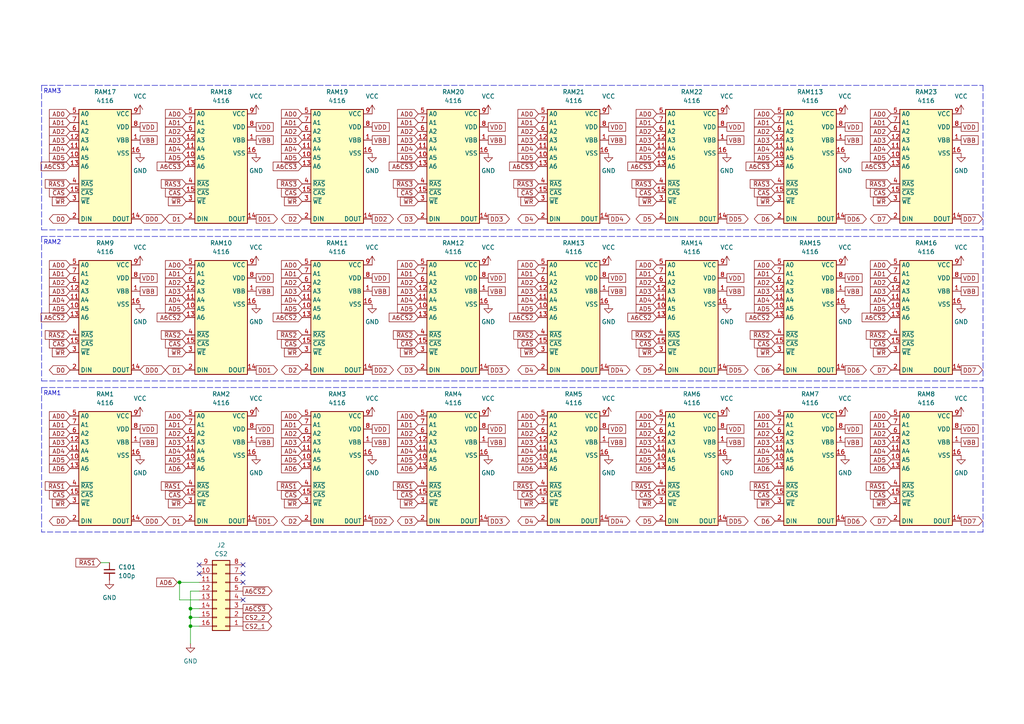
<source format=kicad_sch>
(kicad_sch (version 20230121) (generator eeschema)
  (paper "A4")
  (title_block (title "RAM") (date "2023-08-07") (comment 1 "RAM2,3 は4116(16K) or 4027(4K)"))
  (junction (at 55.245 179.07))
  (junction (at 55.245 176.53))
  (junction (at 52.07 168.91))
  (junction (at 55.245 181.61))
  (no_connect (at 70.485 163.83))
  (no_connect (at 57.785 163.83))
  (no_connect (at 70.485 173.99))
  (no_connect (at 57.785 166.37))
  (no_connect (at 70.485 166.37))
  (no_connect (at 70.485 168.91))
  (wire (pts (xy 55.245 181.61) (xy 57.785 181.61)))
  (wire (pts (xy 55.245 179.07) (xy 57.785 179.07)))
  (wire (pts (xy 51.435 168.91) (xy 52.07 168.91)))
  (wire (pts (xy 52.07 173.99) (xy 52.07 168.91)))
  (polyline (pts (xy 285.115 112.395) (xy 285.115 154.305)) (stroke (width 0) (type dash)))
  (polyline (pts (xy 12.065 112.395) (xy 285.115 112.395)) (stroke (width 0) (type dash)))
  (polyline (pts (xy 12.065 66.675) (xy 285.115 66.675)) (stroke (width 0) (type dash)))
  (wire (pts (xy 57.785 176.53) (xy 55.245 176.53)))
  (wire (pts (xy 55.245 171.45) (xy 55.245 176.53)))
  (wire (pts (xy 29.21 163.195) (xy 31.75 163.195)))
  (polyline (pts (xy 12.065 110.49) (xy 285.115 110.49)) (stroke (width 0) (type dash)))
  (polyline (pts (xy 12.065 24.765) (xy 285.115 24.765)) (stroke (width 0) (type dash)))
  (polyline (pts (xy 12.065 68.58) (xy 12.065 110.49)) (stroke (width 0) (type dash)))
  (wire (pts (xy 57.785 173.99) (xy 52.07 173.99)))
  (polyline (pts (xy 285.115 24.765) (xy 285.115 66.675)) (stroke (width 0) (type dash)))
  (wire (pts (xy 55.245 181.61) (xy 55.245 179.07)))
  (polyline (pts (xy 12.065 112.395) (xy 12.065 154.305)) (stroke (width 0) (type dash)))
  (polyline (pts (xy 285.115 68.58) (xy 285.115 110.49)) (stroke (width 0) (type dash)))
  (wire (pts (xy 57.785 171.45) (xy 55.245 171.45)))
  (polyline (pts (xy 285.115 154.305) (xy 12.065 154.305)) (stroke (width 0) (type dash)))
  (wire (pts (xy 55.245 176.53) (xy 55.245 179.07)))
  (wire (pts (xy 55.245 186.69) (xy 55.245 181.61)))
  (polyline (pts (xy 12.065 24.765) (xy 12.065 66.675)) (stroke (width 0) (type dash)))
  (polyline (pts (xy 12.065 68.58) (xy 285.115 68.58)) (stroke (width 0) (type dash)))
  (wire (pts (xy 52.07 168.91) (xy 57.785 168.91)))
  (text "RAM3" (at 17.78 27.305 0) (effects (font (size 1.27 1.27)) (justify right bottom)))
  (text "RAM1" (at 17.78 114.935 0) (effects (font (size 1.27 1.27)) (justify right bottom)))
  (text "RAM2" (at 17.78 71.12 0) (effects (font (size 1.27 1.27)) (justify right bottom)))
  (global_label "~{WR}" (shape input) (at 190.5 102.235 180) (property "Intersheetrefs" "${INTERSHEET_REFS}" (effects hide)))
  (global_label "AD3" (shape input) (at 121.285 40.64 180) (property "Intersheetrefs" "${INTERSHEET_REFS}" (effects hide)))
  (global_label "DD0" (shape tri_state) (at 40.64 63.5 0) (property "Intersheetrefs" "${INTERSHEET_REFS}" (effects hide)))
  (global_label "~{CAS}" (shape input) (at 87.63 99.695 180) (property "Intersheetrefs" "${INTERSHEET_REFS}" (effects hide)))
  (global_label "AD2" (shape input) (at 53.975 125.73 180) (property "Intersheetrefs" "${INTERSHEET_REFS}" (effects hide)))
  (global_label "AD1" (shape input) (at 224.79 79.375 180) (property "Intersheetrefs" "${INTERSHEET_REFS}" (effects hide)))
  (global_label "D0" (shape tri_state) (at 20.32 107.315 180) (property "Intersheetrefs" "${INTERSHEET_REFS}" (effects hide)))
  (global_label "AD0" (shape input) (at 53.975 120.65 180) (property "Intersheetrefs" "${INTERSHEET_REFS}" (effects hide)))
  (global_label "VDD" (shape passive) (at 245.11 80.645 0) (property "Intersheetrefs" "${INTERSHEET_REFS}" (effects hide)))
  (global_label "D4" (shape tri_state) (at 156.21 63.5 180) (property "Intersheetrefs" "${INTERSHEET_REFS}" (effects hide)))
  (global_label "AD4" (shape input) (at 156.21 43.18 180) (property "Intersheetrefs" "${INTERSHEET_REFS}" (effects hide)))
  (global_label "AD1" (shape input) (at 258.445 35.56 180) (property "Intersheetrefs" "${INTERSHEET_REFS}" (effects hide)))
  (global_label "AD3" (shape input) (at 87.63 40.64 180) (property "Intersheetrefs" "${INTERSHEET_REFS}" (effects hide)))
  (global_label "AD5" (shape input) (at 87.63 133.35 180) (property "Intersheetrefs" "${INTERSHEET_REFS}" (effects hide)))
  (global_label "DD6" (shape output) (at 245.11 107.315 0) (property "Intersheetrefs" "${INTERSHEET_REFS}" (effects hide)))
  (global_label "DD3" (shape output) (at 141.605 151.13 0) (property "Intersheetrefs" "${INTERSHEET_REFS}" (effects hide)))
  (global_label "AD2" (shape input) (at 20.32 38.1 180) (property "Intersheetrefs" "${INTERSHEET_REFS}" (effects hide)))
  (global_label "AD1" (shape input) (at 190.5 79.375 180) (property "Intersheetrefs" "${INTERSHEET_REFS}" (effects hide)))
  (global_label "~{CAS}" (shape input) (at 121.285 143.51 180) (property "Intersheetrefs" "${INTERSHEET_REFS}" (effects hide)))
  (global_label "AD1" (shape input) (at 121.285 35.56 180) (property "Intersheetrefs" "${INTERSHEET_REFS}" (effects hide)))
  (global_label "AD0" (shape input) (at 190.5 33.02 180) (property "Intersheetrefs" "${INTERSHEET_REFS}" (effects hide)))
  (global_label "~{WR}" (shape input) (at 53.975 58.42 180) (property "Intersheetrefs" "${INTERSHEET_REFS}" (effects hide)))
  (global_label "AD5" (shape input) (at 20.32 89.535 180) (property "Intersheetrefs" "${INTERSHEET_REFS}" (effects hide)))
  (global_label "AD0" (shape input) (at 258.445 76.835 180) (property "Intersheetrefs" "${INTERSHEET_REFS}" (effects hide)))
  (global_label "AD3" (shape input) (at 20.32 40.64 180) (property "Intersheetrefs" "${INTERSHEET_REFS}" (effects hide)))
  (global_label "AD1" (shape input) (at 53.975 35.56 180) (property "Intersheetrefs" "${INTERSHEET_REFS}" (effects hide)))
  (global_label "AD4" (shape input) (at 53.975 130.81 180) (property "Intersheetrefs" "${INTERSHEET_REFS}" (effects hide)))
  (global_label "AD4" (shape input) (at 156.21 86.995 180) (property "Intersheetrefs" "${INTERSHEET_REFS}" (effects hide)))
  (global_label "AD3" (shape input) (at 156.21 84.455 180) (property "Intersheetrefs" "${INTERSHEET_REFS}" (effects hide)))
  (global_label "VDD" (shape passive) (at 245.11 124.46 0) (property "Intersheetrefs" "${INTERSHEET_REFS}" (effects hide)))
  (global_label "VBB" (shape passive) (at 40.64 40.64 0) (property "Intersheetrefs" "${INTERSHEET_REFS}" (effects hide)))
  (global_label "VBB" (shape passive) (at 74.295 128.27 0) (property "Intersheetrefs" "${INTERSHEET_REFS}" (effects hide)))
  (global_label "D6" (shape tri_state) (at 224.79 151.13 180) (property "Intersheetrefs" "${INTERSHEET_REFS}" (effects hide)))
  (global_label "AD6" (shape input) (at 190.5 135.89 180) (property "Intersheetrefs" "${INTERSHEET_REFS}" (effects hide)))
  (global_label "A6~{CS3}" (shape input) (at 190.5 48.26 180) (property "Intersheetrefs" "${INTERSHEET_REFS}" (effects hide)))
  (global_label "~{CAS}" (shape input) (at 53.975 143.51 180) (property "Intersheetrefs" "${INTERSHEET_REFS}" (effects hide)))
  (global_label "AD3" (shape input) (at 53.975 84.455 180) (property "Intersheetrefs" "${INTERSHEET_REFS}" (effects hide)))
  (global_label "AD1" (shape input) (at 156.21 79.375 180) (property "Intersheetrefs" "${INTERSHEET_REFS}" (effects hide)))
  (global_label "~{CAS}" (shape input) (at 224.79 143.51 180) (property "Intersheetrefs" "${INTERSHEET_REFS}" (effects hide)))
  (global_label "DD7" (shape output) (at 278.765 63.5 0) (property "Intersheetrefs" "${INTERSHEET_REFS}" (effects hide)))
  (global_label "VDD" (shape passive) (at 40.64 80.645 0) (property "Intersheetrefs" "${INTERSHEET_REFS}" (effects hide)))
  (global_label "~{WR}" (shape input) (at 121.285 102.235 180) (property "Intersheetrefs" "${INTERSHEET_REFS}" (effects hide)))
  (global_label "AD0" (shape input) (at 20.32 76.835 180) (property "Intersheetrefs" "${INTERSHEET_REFS}" (effects hide)))
  (global_label "VDD" (shape passive) (at 107.95 124.46 0) (property "Intersheetrefs" "${INTERSHEET_REFS}" (effects hide)))
  (global_label "D4" (shape tri_state) (at 156.21 151.13 180) (property "Intersheetrefs" "${INTERSHEET_REFS}" (effects hide)))
  (global_label "AD0" (shape input) (at 258.445 33.02 180) (property "Intersheetrefs" "${INTERSHEET_REFS}" (effects hide)))
  (global_label "AD3" (shape input) (at 87.63 128.27 180) (property "Intersheetrefs" "${INTERSHEET_REFS}" (effects hide)))
  (global_label "~{WR}" (shape input) (at 258.445 102.235 180) (property "Intersheetrefs" "${INTERSHEET_REFS}" (effects hide)))
  (global_label "AD3" (shape input) (at 190.5 40.64 180) (property "Intersheetrefs" "${INTERSHEET_REFS}" (effects hide)))
  (global_label "AD1" (shape input) (at 121.285 79.375 180) (property "Intersheetrefs" "${INTERSHEET_REFS}" (effects hide)))
  (global_label "AD2" (shape input) (at 156.21 81.915 180) (property "Intersheetrefs" "${INTERSHEET_REFS}" (effects hide)))
  (global_label "AD6" (shape input) (at 87.63 135.89 180) (property "Intersheetrefs" "${INTERSHEET_REFS}" (effects hide)))
  (global_label "VDD" (shape passive) (at 176.53 124.46 0) (property "Intersheetrefs" "${INTERSHEET_REFS}" (effects hide)))
  (global_label "AD6" (shape input) (at 53.975 135.89 180) (property "Intersheetrefs" "${INTERSHEET_REFS}" (effects hide)))
  (global_label "AD0" (shape input) (at 190.5 120.65 180) (property "Intersheetrefs" "${INTERSHEET_REFS}" (effects hide)))
  (global_label "~{WR}" (shape input) (at 258.445 146.05 180) (property "Intersheetrefs" "${INTERSHEET_REFS}" (effects hide)))
  (global_label "AD5" (shape input) (at 156.21 133.35 180) (property "Intersheetrefs" "${INTERSHEET_REFS}" (effects hide)))
  (global_label "AD4" (shape input) (at 87.63 130.81 180) (property "Intersheetrefs" "${INTERSHEET_REFS}" (effects hide)))
  (global_label "VBB" (shape passive) (at 210.82 84.455 0) (property "Intersheetrefs" "${INTERSHEET_REFS}" (effects hide)))
  (global_label "AD2" (shape input) (at 156.21 125.73 180) (property "Intersheetrefs" "${INTERSHEET_REFS}" (effects hide)))
  (global_label "AD4" (shape input) (at 224.79 43.18 180) (property "Intersheetrefs" "${INTERSHEET_REFS}" (effects hide)))
  (global_label "DD7" (shape output) (at 278.765 107.315 0) (property "Intersheetrefs" "${INTERSHEET_REFS}" (effects hide)))
  (global_label "D5" (shape tri_state) (at 190.5 151.13 180) (property "Intersheetrefs" "${INTERSHEET_REFS}" (effects hide)))
  (global_label "AD4" (shape input) (at 20.32 130.81 180) (property "Intersheetrefs" "${INTERSHEET_REFS}" (effects hide)))
  (global_label "AD2" (shape input) (at 224.79 125.73 180) (property "Intersheetrefs" "${INTERSHEET_REFS}" (effects hide)))
  (global_label "AD2" (shape input) (at 121.285 81.915 180) (property "Intersheetrefs" "${INTERSHEET_REFS}" (effects hide)))
  (global_label "A6~{CS3}" (shape input) (at 20.32 48.26 180) (property "Intersheetrefs" "${INTERSHEET_REFS}" (effects hide)))
  (global_label "~{CAS}" (shape input) (at 190.5 99.695 180) (property "Intersheetrefs" "${INTERSHEET_REFS}" (effects hide)))
  (global_label "VDD" (shape passive) (at 40.64 36.83 0) (property "Intersheetrefs" "${INTERSHEET_REFS}" (effects hide)))
  (global_label "~{CAS}" (shape input) (at 156.21 55.88 180) (property "Intersheetrefs" "${INTERSHEET_REFS}" (effects hide)))
  (global_label "AD6" (shape input) (at 121.285 135.89 180) (property "Intersheetrefs" "${INTERSHEET_REFS}" (effects hide)))
  (global_label "~{WR}" (shape input) (at 258.445 58.42 180) (property "Intersheetrefs" "${INTERSHEET_REFS}" (effects hide)))
  (global_label "~{CAS}" (shape input) (at 87.63 55.88 180) (property "Intersheetrefs" "${INTERSHEET_REFS}" (effects hide)))
  (global_label "VDD" (shape passive) (at 210.82 80.645 0) (property "Intersheetrefs" "${INTERSHEET_REFS}" (effects hide)))
  (global_label "AD5" (shape input) (at 258.445 133.35 180) (property "Intersheetrefs" "${INTERSHEET_REFS}" (effects hide)))
  (global_label "AD5" (shape input) (at 20.32 133.35 180) (property "Intersheetrefs" "${INTERSHEET_REFS}" (effects hide)))
  (global_label "AD2" (shape input) (at 190.5 38.1 180) (property "Intersheetrefs" "${INTERSHEET_REFS}" (effects hide)))
  (global_label "AD2" (shape input) (at 20.32 125.73 180) (property "Intersheetrefs" "${INTERSHEET_REFS}" (effects hide)))
  (global_label "AD4" (shape input) (at 121.285 130.81 180) (property "Intersheetrefs" "${INTERSHEET_REFS}" (effects hide)))
  (global_label "~{WR}" (shape input) (at 121.285 58.42 180) (property "Intersheetrefs" "${INTERSHEET_REFS}" (effects hide)))
  (global_label "AD6" (shape input) (at 258.445 135.89 180) (property "Intersheetrefs" "${INTERSHEET_REFS}" (effects hide)))
  (global_label "AD0" (shape input) (at 156.21 33.02 180) (property "Intersheetrefs" "${INTERSHEET_REFS}" (effects hide)))
  (global_label "~{WR}" (shape input) (at 20.32 102.235 180) (property "Intersheetrefs" "${INTERSHEET_REFS}" (effects hide)))
  (global_label "AD2" (shape input) (at 87.63 81.915 180) (property "Intersheetrefs" "${INTERSHEET_REFS}" (effects hide)))
  (global_label "~{WR}" (shape input) (at 224.79 146.05 180) (property "Intersheetrefs" "${INTERSHEET_REFS}" (effects hide)))
  (global_label "AD0" (shape input) (at 87.63 120.65 180) (property "Intersheetrefs" "${INTERSHEET_REFS}" (effects hide)))
  (global_label "AD1" (shape input) (at 20.32 79.375 180) (property "Intersheetrefs" "${INTERSHEET_REFS}" (effects hide)))
  (global_label "AD0" (shape input) (at 156.21 76.835 180) (property "Intersheetrefs" "${INTERSHEET_REFS}" (effects hide)))
  (global_label "CS2_1" (shape output) (at 70.485 181.61 0) (property "Intersheetrefs" "${INTERSHEET_REFS}" (effects hide)))
  (global_label "AD4" (shape input) (at 190.5 130.81 180) (property "Intersheetrefs" "${INTERSHEET_REFS}" (effects hide)))
  (global_label "AD4" (shape input) (at 258.445 43.18 180) (property "Intersheetrefs" "${INTERSHEET_REFS}" (effects hide)))
  (global_label "AD5" (shape input) (at 53.975 45.72 180) (property "Intersheetrefs" "${INTERSHEET_REFS}" (effects hide)))
  (global_label "CS2_2" (shape output) (at 70.485 179.07 0) (property "Intersheetrefs" "${INTERSHEET_REFS}" (effects hide)))
  (global_label "VDD" (shape passive) (at 176.53 36.83 0) (property "Intersheetrefs" "${INTERSHEET_REFS}" (effects hide)))
  (global_label "AD2" (shape input) (at 20.32 81.915 180) (property "Intersheetrefs" "${INTERSHEET_REFS}" (effects hide)))
  (global_label "D5" (shape tri_state) (at 190.5 63.5 180) (property "Intersheetrefs" "${INTERSHEET_REFS}" (effects hide)))
  (global_label "AD1" (shape input) (at 87.63 35.56 180) (property "Intersheetrefs" "${INTERSHEET_REFS}" (effects hide)))
  (global_label "VDD" (shape passive) (at 141.605 80.645 0) (property "Intersheetrefs" "${INTERSHEET_REFS}" (effects hide)))
  (global_label "~{WR}" (shape input) (at 190.5 146.05 180) (property "Intersheetrefs" "${INTERSHEET_REFS}" (effects hide)))
  (global_label "AD4" (shape input) (at 20.32 86.995 180) (property "Intersheetrefs" "${INTERSHEET_REFS}" (effects hide)))
  (global_label "AD2" (shape input) (at 224.79 81.915 180) (property "Intersheetrefs" "${INTERSHEET_REFS}" (effects hide)))
  (global_label "~{CAS}" (shape input) (at 258.445 55.88 180) (property "Intersheetrefs" "${INTERSHEET_REFS}" (effects hide)))
  (global_label "~{RAS1}" (shape input) (at 190.5 140.97 180) (property "Intersheetrefs" "${INTERSHEET_REFS}" (effects hide)))
  (global_label "~{RAS1}" (shape input) (at 20.32 140.97 180) (property "Intersheetrefs" "${INTERSHEET_REFS}" (effects hide)))
  (global_label "AD5" (shape input) (at 53.975 89.535 180) (property "Intersheetrefs" "${INTERSHEET_REFS}" (effects hide)))
  (global_label "AD2" (shape input) (at 190.5 125.73 180) (property "Intersheetrefs" "${INTERSHEET_REFS}" (effects hide)))
  (global_label "AD1" (shape input) (at 53.975 123.19 180) (property "Intersheetrefs" "${INTERSHEET_REFS}" (effects hide)))
  (global_label "AD3" (shape input) (at 121.285 84.455 180) (property "Intersheetrefs" "${INTERSHEET_REFS}" (effects hide)))
  (global_label "AD3" (shape input) (at 258.445 84.455 180) (property "Intersheetrefs" "${INTERSHEET_REFS}" (effects hide)))
  (global_label "~{WR}" (shape input) (at 156.21 102.235 180) (property "Intersheetrefs" "${INTERSHEET_REFS}" (effects hide)))
  (global_label "AD4" (shape input) (at 224.79 130.81 180) (property "Intersheetrefs" "${INTERSHEET_REFS}" (effects hide)))
  (global_label "~{CAS}" (shape input) (at 53.975 55.88 180) (property "Intersheetrefs" "${INTERSHEET_REFS}" (effects hide)))
  (global_label "~{RAS3}" (shape input) (at 121.285 53.34 180) (property "Intersheetrefs" "${INTERSHEET_REFS}" (effects hide)))
  (global_label "D2" (shape tri_state) (at 87.63 63.5 180) (property "Intersheetrefs" "${INTERSHEET_REFS}" (effects hide)))
  (global_label "A6~{CS3}" (shape input) (at 156.21 48.26 180) (property "Intersheetrefs" "${INTERSHEET_REFS}" (effects hide)))
  (global_label "AD5" (shape input) (at 87.63 45.72 180) (property "Intersheetrefs" "${INTERSHEET_REFS}" (effects hide)))
  (global_label "~{CAS}" (shape input) (at 190.5 55.88 180) (property "Intersheetrefs" "${INTERSHEET_REFS}" (effects hide)))
  (global_label "AD1" (shape input) (at 20.32 35.56 180) (property "Intersheetrefs" "${INTERSHEET_REFS}" (effects hide)))
  (global_label "~{CAS}" (shape input) (at 258.445 99.695 180) (property "Intersheetrefs" "${INTERSHEET_REFS}" (effects hide)))
  (global_label "AD4" (shape input) (at 258.445 130.81 180) (property "Intersheetrefs" "${INTERSHEET_REFS}" (effects hide)))
  (global_label "~{CAS}" (shape input) (at 156.21 143.51 180) (property "Intersheetrefs" "${INTERSHEET_REFS}" (effects hide)))
  (global_label "AD2" (shape input) (at 258.445 38.1 180) (property "Intersheetrefs" "${INTERSHEET_REFS}" (effects hide)))
  (global_label "DD6" (shape output) (at 245.11 63.5 0) (property "Intersheetrefs" "${INTERSHEET_REFS}" (effects hide)))
  (global_label "AD1" (shape input) (at 190.5 123.19 180) (property "Intersheetrefs" "${INTERSHEET_REFS}" (effects hide)))
  (global_label "AD5" (shape input) (at 224.79 133.35 180) (property "Intersheetrefs" "${INTERSHEET_REFS}" (effects hide)))
  (global_label "AD3" (shape input) (at 156.21 128.27 180) (property "Intersheetrefs" "${INTERSHEET_REFS}" (effects hide)))
  (global_label "~{WR}" (shape input) (at 156.21 58.42 180) (property "Intersheetrefs" "${INTERSHEET_REFS}" (effects hide)))
  (global_label "AD1" (shape input) (at 20.32 123.19 180) (property "Intersheetrefs" "${INTERSHEET_REFS}" (effects hide)))
  (global_label "VDD" (shape passive) (at 210.82 124.46 0) (property "Intersheetrefs" "${INTERSHEET_REFS}" (effects hide)))
  (global_label "AD2" (shape input) (at 121.285 125.73 180) (property "Intersheetrefs" "${INTERSHEET_REFS}" (effects hide)))
  (global_label "~{WR}" (shape input) (at 224.79 102.235 180) (property "Intersheetrefs" "${INTERSHEET_REFS}" (effects hide)))
  (global_label "AD4" (shape input) (at 121.285 86.995 180) (property "Intersheetrefs" "${INTERSHEET_REFS}" (effects hide)))
  (global_label "DD5" (shape output) (at 210.82 107.315 0) (property "Intersheetrefs" "${INTERSHEET_REFS}" (effects hide)))
  (global_label "~{RAS2}" (shape input) (at 156.21 97.155 180) (property "Intersheetrefs" "${INTERSHEET_REFS}" (effects hide)))
  (global_label "~{RAS2}" (shape input) (at 258.445 97.155 180) (property "Intersheetrefs" "${INTERSHEET_REFS}" (effects hide)))
  (global_label "~{CAS}" (shape input) (at 224.79 99.695 180) (property "Intersheetrefs" "${INTERSHEET_REFS}" (effects hide)))
  (global_label "VBB" (shape passive) (at 176.53 84.455 0) (property "Intersheetrefs" "${INTERSHEET_REFS}" (effects hide)))
  (global_label "VBB" (shape passive) (at 74.295 84.455 0) (property "Intersheetrefs" "${INTERSHEET_REFS}" (effects hide)))
  (global_label "~{RAS3}" (shape input) (at 53.975 53.34 180) (property "Intersheetrefs" "${INTERSHEET_REFS}" (effects hide)))
  (global_label "~{RAS3}" (shape input) (at 224.79 53.34 180) (property "Intersheetrefs" "${INTERSHEET_REFS}" (effects hide)))
  (global_label "AD4" (shape input) (at 156.21 130.81 180) (property "Intersheetrefs" "${INTERSHEET_REFS}" (effects hide)))
  (global_label "A6~{CS2}" (shape input) (at 53.975 92.075 180) (property "Intersheetrefs" "${INTERSHEET_REFS}" (effects hide)))
  (global_label "AD6" (shape input) (at 224.79 135.89 180) (property "Intersheetrefs" "${INTERSHEET_REFS}" (effects hide)))
  (global_label "AD2" (shape input) (at 258.445 125.73 180) (property "Intersheetrefs" "${INTERSHEET_REFS}" (effects hide)))
  (global_label "AD3" (shape input) (at 224.79 84.455 180) (property "Intersheetrefs" "${INTERSHEET_REFS}" (effects hide)))
  (global_label "AD4" (shape input) (at 20.32 43.18 180) (property "Intersheetrefs" "${INTERSHEET_REFS}" (effects hide)))
  (global_label "VBB" (shape passive) (at 278.765 84.455 0) (property "Intersheetrefs" "${INTERSHEET_REFS}" (effects hide)))
  (global_label "AD0" (shape input) (at 87.63 33.02 180) (property "Intersheetrefs" "${INTERSHEET_REFS}" (effects hide)))
  (global_label "~{RAS2}" (shape input) (at 20.32 97.155 180) (property "Intersheetrefs" "${INTERSHEET_REFS}" (effects hide)))
  (global_label "~{RAS1}" (shape input) (at 53.975 140.97 180) (property "Intersheetrefs" "${INTERSHEET_REFS}" (effects hide)))
  (global_label "DD5" (shape output) (at 210.82 151.13 0) (property "Intersheetrefs" "${INTERSHEET_REFS}" (effects hide)))
  (global_label "VBB" (shape passive) (at 141.605 128.27 0) (property "Intersheetrefs" "${INTERSHEET_REFS}" (effects hide)))
  (global_label "AD5" (shape input) (at 190.5 133.35 180) (property "Intersheetrefs" "${INTERSHEET_REFS}" (effects hide)))
  (global_label "VDD" (shape passive) (at 278.765 80.645 0) (property "Intersheetrefs" "${INTERSHEET_REFS}" (effects hide)))
  (global_label "AD5" (shape input) (at 87.63 89.535 180) (property "Intersheetrefs" "${INTERSHEET_REFS}" (effects hide)))
  (global_label "AD0" (shape input) (at 190.5 76.835 180) (property "Intersheetrefs" "${INTERSHEET_REFS}" (effects hide)))
  (global_label "AD5" (shape input) (at 121.285 45.72 180) (property "Intersheetrefs" "${INTERSHEET_REFS}" (effects hide)))
  (global_label "AD3" (shape input) (at 190.5 128.27 180) (property "Intersheetrefs" "${INTERSHEET_REFS}" (effects hide)))
  (global_label "~{RAS2}" (shape input) (at 87.63 97.155 180) (property "Intersheetrefs" "${INTERSHEET_REFS}" (effects hide)))
  (global_label "A6~{CS3}" (shape input) (at 53.975 48.26 180) (property "Intersheetrefs" "${INTERSHEET_REFS}" (effects hide)))
  (global_label "~{CAS}" (shape input) (at 190.5 143.51 180) (property "Intersheetrefs" "${INTERSHEET_REFS}" (effects hide)))
  (global_label "AD3" (shape input) (at 258.445 128.27 180) (property "Intersheetrefs" "${INTERSHEET_REFS}" (effects hide)))
  (global_label "D3" (shape tri_state) (at 121.285 151.13 180) (property "Intersheetrefs" "${INTERSHEET_REFS}" (effects hide)))
  (global_label "A6~{CS3}" (shape output) (at 70.485 176.53 0) (property "Intersheetrefs" "${INTERSHEET_REFS}" (effects hide)))
  (global_label "AD0" (shape input) (at 121.285 33.02 180) (property "Intersheetrefs" "${INTERSHEET_REFS}" (effects hide)))
  (global_label "DD5" (shape output) (at 210.82 63.5 0) (property "Intersheetrefs" "${INTERSHEET_REFS}" (effects hide)))
  (global_label "~{RAS3}" (shape input) (at 87.63 53.34 180) (property "Intersheetrefs" "${INTERSHEET_REFS}" (effects hide)))
  (global_label "AD2" (shape input) (at 156.21 38.1 180) (property "Intersheetrefs" "${INTERSHEET_REFS}" (effects hide)))
  (global_label "AD3" (shape input) (at 53.975 40.64 180) (property "Intersheetrefs" "${INTERSHEET_REFS}" (effects hide)))
  (global_label "A6~{CS3}" (shape input) (at 87.63 48.26 180) (property "Intersheetrefs" "${INTERSHEET_REFS}" (effects hide)))
  (global_label "AD3" (shape input) (at 87.63 84.455 180) (property "Intersheetrefs" "${INTERSHEET_REFS}" (effects hide)))
  (global_label "~{RAS3}" (shape input) (at 258.445 53.34 180) (property "Intersheetrefs" "${INTERSHEET_REFS}" (effects hide)))
  (global_label "DD0" (shape tri_state) (at 40.64 151.13 0) (property "Intersheetrefs" "${INTERSHEET_REFS}" (effects hide)))
  (global_label "AD4" (shape input) (at 53.975 43.18 180) (property "Intersheetrefs" "${INTERSHEET_REFS}" (effects hide)))
  (global_label "VBB" (shape passive) (at 141.605 84.455 0) (property "Intersheetrefs" "${INTERSHEET_REFS}" (effects hide)))
  (global_label "AD4" (shape input) (at 121.285 43.18 180) (property "Intersheetrefs" "${INTERSHEET_REFS}" (effects hide)))
  (global_label "~{WR}" (shape input) (at 121.285 146.05 180) (property "Intersheetrefs" "${INTERSHEET_REFS}" (effects hide)))
  (global_label "AD2" (shape input) (at 87.63 38.1 180) (property "Intersheetrefs" "${INTERSHEET_REFS}" (effects hide)))
  (global_label "AD1" (shape input) (at 53.975 79.375 180) (property "Intersheetrefs" "${INTERSHEET_REFS}" (effects hide)))
  (global_label "~{RAS2}" (shape input) (at 121.285 97.155 180) (property "Intersheetrefs" "${INTERSHEET_REFS}" (effects hide)))
  (global_label "AD5" (shape input) (at 121.285 133.35 180) (property "Intersheetrefs" "${INTERSHEET_REFS}" (effects hide)))
  (global_label "DD4" (shape output) (at 176.53 63.5 0) (property "Intersheetrefs" "${INTERSHEET_REFS}" (effects hide)))
  (global_label "AD1" (shape input) (at 87.63 79.375 180) (property "Intersheetrefs" "${INTERSHEET_REFS}" (effects hide)))
  (global_label "~{WR}" (shape input) (at 20.32 58.42 180) (property "Intersheetrefs" "${INTERSHEET_REFS}" (effects hide)))
  (global_label "AD1" (shape input) (at 258.445 79.375 180) (property "Intersheetrefs" "${INTERSHEET_REFS}" (effects hide)))
  (global_label "VDD" (shape passive) (at 74.295 124.46 0) (property "Intersheetrefs" "${INTERSHEET_REFS}" (effects hide)))
  (global_label "AD3" (shape input) (at 20.32 84.455 180) (property "Intersheetrefs" "${INTERSHEET_REFS}" (effects hide)))
  (global_label "AD5" (shape input) (at 53.975 133.35 180) (property "Intersheetrefs" "${INTERSHEET_REFS}" (effects hide)))
  (global_label "VBB" (shape passive) (at 107.95 40.64 0) (property "Intersheetrefs" "${INTERSHEET_REFS}" (effects hide)))
  (global_label "AD1" (shape input) (at 224.79 35.56 180) (property "Intersheetrefs" "${INTERSHEET_REFS}" (effects hide)))
  (global_label "DD1" (shape output) (at 74.295 107.315 0) (property "Intersheetrefs" "${INTERSHEET_REFS}" (effects hide)))
  (global_label "~{CAS}" (shape input) (at 156.21 99.695 180) (property "Intersheetrefs" "${INTERSHEET_REFS}" (effects hide)))
  (global_label "~{WR}" (shape input) (at 87.63 102.235 180) (property "Intersheetrefs" "${INTERSHEET_REFS}" (effects hide)))
  (global_label "AD5" (shape input) (at 258.445 89.535 180) (property "Intersheetrefs" "${INTERSHEET_REFS}" (effects hide)))
  (global_label "AD5" (shape input) (at 156.21 89.535 180) (property "Intersheetrefs" "${INTERSHEET_REFS}" (effects hide)))
  (global_label "VBB" (shape passive) (at 210.82 40.64 0) (property "Intersheetrefs" "${INTERSHEET_REFS}" (effects hide)))
  (global_label "AD4" (shape input) (at 87.63 43.18 180) (property "Intersheetrefs" "${INTERSHEET_REFS}" (effects hide)))
  (global_label "AD1" (shape input) (at 156.21 35.56 180) (property "Intersheetrefs" "${INTERSHEET_REFS}" (effects hide)))
  (global_label "AD0" (shape input) (at 20.32 120.65 180) (property "Intersheetrefs" "${INTERSHEET_REFS}" (effects hide)))
  (global_label "DD1" (shape output) (at 74.295 63.5 0) (property "Intersheetrefs" "${INTERSHEET_REFS}" (effects hide)))
  (global_label "VBB" (shape passive) (at 40.64 128.27 0) (property "Intersheetrefs" "${INTERSHEET_REFS}" (effects hide)))
  (global_label "AD3" (shape input) (at 258.445 40.64 180) (property "Intersheetrefs" "${INTERSHEET_REFS}" (effects hide)))
  (global_label "D1" (shape tri_state) (at 53.975 107.315 180) (property "Intersheetrefs" "${INTERSHEET_REFS}" (effects hide)))
  (global_label "AD4" (shape input) (at 224.79 86.995 180) (property "Intersheetrefs" "${INTERSHEET_REFS}" (effects hide)))
  (global_label "AD1" (shape input) (at 224.79 123.19 180) (property "Intersheetrefs" "${INTERSHEET_REFS}" (effects hide)))
  (global_label "AD2" (shape input) (at 121.285 38.1 180) (property "Intersheetrefs" "${INTERSHEET_REFS}" (effects hide)))
  (global_label "VDD" (shape passive) (at 141.605 124.46 0) (property "Intersheetrefs" "${INTERSHEET_REFS}" (effects hide)))
  (global_label "AD1" (shape input) (at 121.285 123.19 180) (property "Intersheetrefs" "${INTERSHEET_REFS}" (effects hide)))
  (global_label "D4" (shape tri_state) (at 156.21 107.315 180) (property "Intersheetrefs" "${INTERSHEET_REFS}" (effects hide)))
  (global_label "AD2" (shape input) (at 53.975 81.915 180) (property "Intersheetrefs" "${INTERSHEET_REFS}" (effects hide)))
  (global_label "DD2" (shape output) (at 107.95 107.315 0) (property "Intersheetrefs" "${INTERSHEET_REFS}" (effects hide)))
  (global_label "AD0" (shape input) (at 156.21 120.65 180) (property "Intersheetrefs" "${INTERSHEET_REFS}" (effects hide)))
  (global_label "AD0" (shape input) (at 53.975 76.835 180) (property "Intersheetrefs" "${INTERSHEET_REFS}" (effects hide)))
  (global_label "~{RAS2}" (shape input) (at 190.5 97.155 180) (property "Intersheetrefs" "${INTERSHEET_REFS}" (effects hide)))
  (global_label "~{RAS1}" (shape input) (at 156.21 140.97 180) (property "Intersheetrefs" "${INTERSHEET_REFS}" (effects hide)))
  (global_label "AD3" (shape input) (at 121.285 128.27 180) (property "Intersheetrefs" "${INTERSHEET_REFS}" (effects hide)))
  (global_label "~{RAS2}" (shape input) (at 53.975 97.155 180) (property "Intersheetrefs" "${INTERSHEET_REFS}" (effects hide)))
  (global_label "D7" (shape tri_state) (at 258.445 107.315 180) (property "Intersheetrefs" "${INTERSHEET_REFS}" (effects hide)))
  (global_label "D2" (shape tri_state) (at 87.63 107.315 180) (property "Intersheetrefs" "${INTERSHEET_REFS}" (effects hide)))
  (global_label "AD0" (shape input) (at 53.975 33.02 180) (property "Intersheetrefs" "${INTERSHEET_REFS}" (effects hide)))
  (global_label "~{RAS1}" (shape input) (at 258.445 140.97 180) (property "Intersheetrefs" "${INTERSHEET_REFS}" (effects hide)))
  (global_label "A6~{CS2}" (shape input) (at 156.21 92.075 180) (property "Intersheetrefs" "${INTERSHEET_REFS}" (effects hide)))
  (global_label "A6~{CS2}" (shape input) (at 258.445 92.075 180) (property "Intersheetrefs" "${INTERSHEET_REFS}" (effects hide)))
  (global_label "AD6" (shape input) (at 156.21 135.89 180) (property "Intersheetrefs" "${INTERSHEET_REFS}" (effects hide)))
  (global_label "~{CAS}" (shape input) (at 20.32 143.51 180) (property "Intersheetrefs" "${INTERSHEET_REFS}" (effects hide)))
  (global_label "AD3" (shape input) (at 53.975 128.27 180) (property "Intersheetrefs" "${INTERSHEET_REFS}" (effects hide)))
  (global_label "VBB" (shape passive) (at 141.605 40.64 0) (property "Intersheetrefs" "${INTERSHEET_REFS}" (effects hide)))
  (global_label "DD4" (shape output) (at 176.53 107.315 0) (property "Intersheetrefs" "${INTERSHEET_REFS}" (effects hide)))
  (global_label "VBB" (shape passive) (at 278.765 128.27 0) (property "Intersheetrefs" "${INTERSHEET_REFS}" (effects hide)))
  (global_label "AD2" (shape input) (at 53.975 38.1 180) (property "Intersheetrefs" "${INTERSHEET_REFS}" (effects hide)))
  (global_label "~{CAS}" (shape input) (at 121.285 99.695 180) (property "Intersheetrefs" "${INTERSHEET_REFS}" (effects hide)))
  (global_label "DD6" (shape output) (at 245.11 151.13 0) (property "Intersheetrefs" "${INTERSHEET_REFS}" (effects hide)))
  (global_label "D3" (shape tri_state) (at 121.285 107.315 180) (property "Intersheetrefs" "${INTERSHEET_REFS}" (effects hide)))
  (global_label "AD5" (shape input) (at 190.5 45.72 180) (property "Intersheetrefs" "${INTERSHEET_REFS}" (effects hide)))
  (global_label "AD4" (shape input) (at 258.445 86.995 180) (property "Intersheetrefs" "${INTERSHEET_REFS}" (effects hide)))
  (global_label "AD1" (shape input) (at 258.445 123.19 180) (property "Intersheetrefs" "${INTERSHEET_REFS}" (effects hide)))
  (global_label "AD4" (shape input) (at 87.63 86.995 180) (property "Intersheetrefs" "${INTERSHEET_REFS}" (effects hide)))
  (global_label "~{RAS3}" (shape input) (at 156.21 53.34 180) (property "Intersheetrefs" "${INTERSHEET_REFS}" (effects hide)))
  (global_label "~{WR}" (shape input) (at 87.63 58.42 180) (property "Intersheetrefs" "${INTERSHEET_REFS}" (effects hide)))
  (global_label "VBB" (shape passive) (at 40.64 84.455 0) (property "Intersheetrefs" "${INTERSHEET_REFS}" (effects hide)))
  (global_label "D7" (shape tri_state) (at 258.445 63.5 180) (property "Intersheetrefs" "${INTERSHEET_REFS}" (effects hide)))
  (global_label "AD5" (shape input) (at 224.79 45.72 180) (property "Intersheetrefs" "${INTERSHEET_REFS}" (effects hide)))
  (global_label "A6~{CS2}" (shape input) (at 87.63 92.075 180) (property "Intersheetrefs" "${INTERSHEET_REFS}" (effects hide)))
  (global_label "VBB" (shape passive) (at 74.295 40.64 0) (property "Intersheetrefs" "${INTERSHEET_REFS}" (effects hide)))
  (global_label "AD5" (shape input) (at 156.21 45.72 180) (property "Intersheetrefs" "${INTERSHEET_REFS}" (effects hide)))
  (global_label "~{WR}" (shape input) (at 190.5 58.42 180) (property "Intersheetrefs" "${INTERSHEET_REFS}" (effects hide)))
  (global_label "AD0" (shape input) (at 258.445 120.65 180) (property "Intersheetrefs" "${INTERSHEET_REFS}" (effects hide)))
  (global_label "D0" (shape tri_state) (at 20.32 63.5 180) (property "Intersheetrefs" "${INTERSHEET_REFS}" (effects hide)))
  (global_label "~{WR}" (shape input) (at 53.975 146.05 180) (property "Intersheetrefs" "${INTERSHEET_REFS}" (effects hide)))
  (global_label "~{WR}" (shape input) (at 53.975 102.235 180) (property "Intersheetrefs" "${INTERSHEET_REFS}" (effects hide)))
  (global_label "VDD" (shape passive) (at 40.64 124.46 0) (property "Intersheetrefs" "${INTERSHEET_REFS}" (effects hide)))
  (global_label "VBB" (shape passive) (at 245.11 40.64 0) (property "Intersheetrefs" "${INTERSHEET_REFS}" (effects hide)))
  (global_label "DD2" (shape output) (at 107.95 151.13 0) (property "Intersheetrefs" "${INTERSHEET_REFS}" (effects hide)))
  (global_label "~{RAS1}" (shape input) (at 224.79 140.97 180) (property "Intersheetrefs" "${INTERSHEET_REFS}" (effects hide)))
  (global_label "~{RAS3}" (shape input) (at 20.32 53.34 180) (property "Intersheetrefs" "${INTERSHEET_REFS}" (effects hide)))
  (global_label "D1" (shape tri_state) (at 53.975 63.5 180) (property "Intersheetrefs" "${INTERSHEET_REFS}" (effects hide)))
  (global_label "~{CAS}" (shape input) (at 258.445 143.51 180) (property "Intersheetrefs" "${INTERSHEET_REFS}" (effects hide)))
  (global_label "VBB" (shape passive) (at 176.53 40.64 0) (property "Intersheetrefs" "${INTERSHEET_REFS}" (effects hide)))
  (global_label "AD4" (shape input) (at 53.975 86.995 180) (property "Intersheetrefs" "${INTERSHEET_REFS}" (effects hide)))
  (global_label "AD5" (shape input) (at 20.32 45.72 180) (property "Intersheetrefs" "${INTERSHEET_REFS}" (effects hide)))
  (global_label "AD3" (shape input) (at 20.32 128.27 180) (property "Intersheetrefs" "${INTERSHEET_REFS}" (effects hide)))
  (global_label "VDD" (shape passive) (at 107.95 36.83 0) (property "Intersheetrefs" "${INTERSHEET_REFS}" (effects hide)))
  (global_label "AD3" (shape input) (at 156.21 40.64 180) (property "Intersheetrefs" "${INTERSHEET_REFS}" (effects hide)))
  (global_label "DD2" (shape output) (at 107.95 63.5 0) (property "Intersheetrefs" "${INTERSHEET_REFS}" (effects hide)))
  (global_label "AD3" (shape input) (at 224.79 128.27 180) (property "Intersheetrefs" "${INTERSHEET_REFS}" (effects hide)))
  (global_label "VDD" (shape passive) (at 74.295 80.645 0) (property "Intersheetrefs" "${INTERSHEET_REFS}" (effects hide)))
  (global_label "AD5" (shape input) (at 224.79 89.535 180) (property "Intersheetrefs" "${INTERSHEET_REFS}" (effects hide)))
  (global_label "A6~{CS3}" (shape input) (at 258.445 48.26 180) (property "Intersheetrefs" "${INTERSHEET_REFS}" (effects hide)))
  (global_label "A6~{CS2}" (shape input) (at 190.5 92.075 180) (property "Intersheetrefs" "${INTERSHEET_REFS}" (effects hide)))
  (global_label "VBB" (shape passive) (at 245.11 84.455 0) (property "Intersheetrefs" "${INTERSHEET_REFS}" (effects hide)))
  (global_label "AD2" (shape input) (at 224.79 38.1 180) (property "Intersheetrefs" "${INTERSHEET_REFS}" (effects hide)))
  (global_label "A6~{CS3}" (shape input) (at 121.285 48.26 180) (property "Intersheetrefs" "${INTERSHEET_REFS}" (effects hide)))
  (global_label "A6~{CS3}" (shape input) (at 224.79 48.26 180) (property "Intersheetrefs" "${INTERSHEET_REFS}" (effects hide)))
  (global_label "AD0" (shape input) (at 121.285 120.65 180) (property "Intersheetrefs" "${INTERSHEET_REFS}" (effects hide)))
  (global_label "AD0" (shape input) (at 224.79 33.02 180) (property "Intersheetrefs" "${INTERSHEET_REFS}" (effects hide)))
  (global_label "VBB" (shape passive) (at 278.765 40.64 0) (property "Intersheetrefs" "${INTERSHEET_REFS}" (effects hide)))
  (global_label "AD5" (shape input) (at 121.285 89.535 180) (property "Intersheetrefs" "${INTERSHEET_REFS}" (effects hide)))
  (global_label "DD7" (shape output) (at 278.765 151.13 0) (property "Intersheetrefs" "${INTERSHEET_REFS}" (effects hide)))
  (global_label "D7" (shape tri_state) (at 258.445 151.13 180) (property "Intersheetrefs" "${INTERSHEET_REFS}" (effects hide)))
  (global_label "D6" (shape tri_state) (at 224.79 107.315 180) (property "Intersheetrefs" "${INTERSHEET_REFS}" (effects hide)))
  (global_label "AD6" (shape input) (at 20.32 135.89 180) (property "Intersheetrefs" "${INTERSHEET_REFS}" (effects hide)))
  (global_label "D6" (shape tri_state) (at 224.79 63.5 180) (property "Intersheetrefs" "${INTERSHEET_REFS}" (effects hide)))
  (global_label "AD0" (shape input) (at 121.285 76.835 180) (property "Intersheetrefs" "${INTERSHEET_REFS}" (effects hide)))
  (global_label "AD2" (shape input) (at 190.5 81.915 180) (property "Intersheetrefs" "${INTERSHEET_REFS}" (effects hide)))
  (global_label "DD3" (shape output) (at 141.605 63.5 0) (property "Intersheetrefs" "${INTERSHEET_REFS}" (effects hide)))
  (global_label "DD1" (shape output) (at 74.295 151.13 0) (property "Intersheetrefs" "${INTERSHEET_REFS}" (effects hide)))
  (global_label "DD0" (shape tri_state) (at 40.64 107.315 0) (property "Intersheetrefs" "${INTERSHEET_REFS}" (effects hide)))
  (global_label "AD1" (shape input) (at 87.63 123.19 180) (property "Intersheetrefs" "${INTERSHEET_REFS}" (effects hide)))
  (global_label "VDD" (shape passive) (at 278.765 124.46 0) (property "Intersheetrefs" "${INTERSHEET_REFS}" (effects hide)))
  (global_label "~{CAS}" (shape input) (at 121.285 55.88 180) (property "Intersheetrefs" "${INTERSHEET_REFS}" (effects hide)))
  (global_label "VBB" (shape passive) (at 176.53 128.27 0) (property "Intersheetrefs" "${INTERSHEET_REFS}" (effects hide)))
  (global_label "VDD" (shape passive) (at 141.605 36.83 0) (property "Intersheetrefs" "${INTERSHEET_REFS}" (effects hide)))
  (global_label "AD5" (shape input) (at 258.445 45.72 180) (property "Intersheetrefs" "${INTERSHEET_REFS}" (effects hide)))
  (global_label "~{WR}" (shape input) (at 20.32 146.05 180) (property "Intersheetrefs" "${INTERSHEET_REFS}" (effects hide)))
  (global_label "~{RAS1}" (shape input) (at 29.21 163.195 180) (property "Intersheetrefs" "${INTERSHEET_REFS}" (effects hide)))
  (global_label "~{RAS3}" (shape input) (at 190.5 53.34 180) (property "Intersheetrefs" "${INTERSHEET_REFS}" (effects hide)))
  (global_label "~{CAS}" (shape input) (at 53.975 99.695 180) (property "Intersheetrefs" "${INTERSHEET_REFS}" (effects hide)))
  (global_label "D3" (shape tri_state) (at 121.285 63.5 180) (property "Intersheetrefs" "${INTERSHEET_REFS}" (effects hide)))
  (global_label "AD2" (shape input) (at 258.445 81.915 180) (property "Intersheetrefs" "${INTERSHEET_REFS}" (effects hide)))
  (global_label "AD1" (shape input) (at 156.21 123.19 180) (property "Intersheetrefs" "${INTERSHEET_REFS}" (effects hide)))
  (global_label "DD3" (shape output) (at 141.605 107.315 0) (property "Intersheetrefs" "${INTERSHEET_REFS}" (effects hide)))
  (global_label "~{WR}" (shape input) (at 224.79 58.42 180) (property "Intersheetrefs" "${INTERSHEET_REFS}" (effects hide)))
  (global_label "AD2" (shape input) (at 87.63 125.73 180) (property "Intersheetrefs" "${INTERSHEET_REFS}" (effects hide)))
  (global_label "VDD" (shape passive) (at 74.295 36.83 0) (property "Intersheetrefs" "${INTERSHEET_REFS}" (effects hide)))
  (global_label "~{RAS1}" (shape input) (at 87.63 140.97 180) (property "Intersheetrefs" "${INTERSHEET_REFS}" (effects hide)))
  (global_label "D1" (shape tri_state) (at 53.975 151.13 180) (property "Intersheetrefs" "${INTERSHEET_REFS}" (effects hide)))
  (global_label "AD6" (shape input) (at 51.435 168.91 180) (property "Intersheetrefs" "${INTERSHEET_REFS}" (effects hide)))
  (global_label "~{CAS}" (shape input) (at 20.32 99.695 180) (property "Intersheetrefs" "${INTERSHEET_REFS}" (effects hide)))
  (global_label "AD0" (shape input) (at 224.79 120.65 180) (property "Intersheetrefs" "${INTERSHEET_REFS}" (effects hide)))
  (global_label "VBB" (shape passive) (at 107.95 84.455 0) (property "Intersheetrefs" "${INTERSHEET_REFS}" (effects hide)))
  (global_label "AD1" (shape input) (at 190.5 35.56 180) (property "Intersheetrefs" "${INTERSHEET_REFS}" (effects hide)))
  (global_label "VDD" (shape passive) (at 245.11 36.83 0) (property "Intersheetrefs" "${INTERSHEET_REFS}" (effects hide)))
  (global_label "VDD" (shape passive) (at 176.53 80.645 0) (property "Intersheetrefs" "${INTERSHEET_REFS}" (effects hide)))
  (global_label "VDD" (shape passive) (at 278.765 36.83 0) (property "Intersheetrefs" "${INTERSHEET_REFS}" (effects hide)))
  (global_label "AD0" (shape input) (at 87.63 76.835 180) (property "Intersheetrefs" "${INTERSHEET_REFS}" (effects hide)))
  (global_label "~{WR}" (shape input) (at 156.21 146.05 180) (property "Intersheetrefs" "${INTERSHEET_REFS}" (effects hide)))
  (global_label "~{CAS}" (shape input) (at 87.63 143.51 180) (property "Intersheetrefs" "${INTERSHEET_REFS}" (effects hide)))
  (global_label "~{CAS}" (shape input) (at 20.32 55.88 180) (property "Intersheetrefs" "${INTERSHEET_REFS}" (effects hide)))
  (global_label "AD5" (shape input) (at 190.5 89.535 180) (property "Intersheetrefs" "${INTERSHEET_REFS}" (effects hide)))
  (global_label "~{WR}" (shape input) (at 87.63 146.05 180) (property "Intersheetrefs" "${INTERSHEET_REFS}" (effects hide)))
  (global_label "VBB" (shape passive) (at 210.82 128.27 0) (property "Intersheetrefs" "${INTERSHEET_REFS}" (effects hide)))
  (global_label "AD0" (shape input) (at 224.79 76.835 180) (property "Intersheetrefs" "${INTERSHEET_REFS}" (effects hide)))
  (global_label "A6~{CS2}" (shape input) (at 121.285 92.075 180) (property "Intersheetrefs" "${INTERSHEET_REFS}" (effects hide)))
  (global_label "VBB" (shape passive) (at 245.11 128.27 0) (property "Intersheetrefs" "${INTERSHEET_REFS}" (effects hide)))
  (global_label "D0" (shape tri_state) (at 20.32 151.13 180) (property "Intersheetrefs" "${INTERSHEET_REFS}" (effects hide)))
  (global_label "VBB" (shape passive) (at 107.95 128.27 0) (property "Intersheetrefs" "${INTERSHEET_REFS}" (effects hide)))
  (global_label "DD4" (shape output) (at 176.53 151.13 0) (property "Intersheetrefs" "${INTERSHEET_REFS}" (effects hide)))
  (global_label "A6~{CS2}" (shape input) (at 20.32 92.075 180) (property "Intersheetrefs" "${INTERSHEET_REFS}" (effects hide)))
  (global_label "AD0" (shape input) (at 20.32 33.02 180) (property "Intersheetrefs" "${INTERSHEET_REFS}" (effects hide)))
  (global_label "AD4" (shape input) (at 190.5 86.995 180) (property "Intersheetrefs" "${INTERSHEET_REFS}" (effects hide)))
  (global_label "~{RAS2}" (shape input) (at 224.79 97.155 180) (property "Intersheetrefs" "${INTERSHEET_REFS}" (effects hide)))
  (global_label "AD3" (shape input) (at 224.79 40.64 180) (property "Intersheetrefs" "${INTERSHEET_REFS}" (effects hide)))
  (global_label "D5" (shape tri_state) (at 190.5 107.315 180) (property "Intersheetrefs" "${INTERSHEET_REFS}" (effects hide)))
  (global_label "~{CAS}" (shape input) (at 224.79 55.88 180) (property "Intersheetrefs" "${INTERSHEET_REFS}" (effects hide)))
  (global_label "A6~{CS2}" (shape output) (at 70.485 171.45 0) (property "Intersheetrefs" "${INTERSHEET_REFS}" (effects hide)))
  (global_label "~{RAS1}" (shape input) (at 121.285 140.97 180) (property "Intersheetrefs" "${INTERSHEET_REFS}" (effects hide)))
  (global_label "AD4" (shape input) (at 190.5 43.18 180) (property "Intersheetrefs" "${INTERSHEET_REFS}" (effects hide)))
  (global_label "VDD" (shape passive) (at 107.95 80.645 0) (property "Intersheetrefs" "${INTERSHEET_REFS}" (effects hide)))
  (global_label "D2" (shape tri_state) (at 87.63 151.13 180) (property "Intersheetrefs" "${INTERSHEET_REFS}" (effects hide)))
  (global_label "AD3" (shape input) (at 190.5 84.455 180) (property "Intersheetrefs" "${INTERSHEET_REFS}" (effects hide)))
  (global_label "VDD" (shape passive) (at 210.82 36.83 0) (property "Intersheetrefs" "${INTERSHEET_REFS}" (effects hide)))
  (global_label "A6~{CS2}" (shape input) (at 224.79 92.075 180) (property "Intersheetrefs" "${INTERSHEET_REFS}" (effects hide)))
  (symbol (lib_id "power:GND") (at 107.95 88.265 0) (unit 1)
    (property "Reference" "#PWR092" (effects hide))
    (property "Value" "GND" (at 107.95 93.345 0))
  )
  (symbol (lib_id "power:VCC") (at 107.95 76.835 0) (unit 1)
    (property "Reference" "#PWR091" (effects hide))
    (property "Value" "VCC" (at 107.95 71.755 0))
  )
  (symbol (lib_id "power:GND") (at 40.64 132.08 0) (unit 1)
    (property "Reference" "#PWR072" (effects hide))
    (property "Value" "GND" (at 40.64 137.16 0))
  )
  (symbol (lib_id "power:VCC") (at 210.82 33.02 0) (unit 1)
    (property "Reference" "#PWR0113" (effects hide))
    (property "Value" "VCC" (at 210.82 27.94 0))
  )
  (symbol (lib_id "power:GND") (at 74.295 88.265 0) (unit 1)
    (property "Reference" "#PWR090" (effects hide))
    (property "Value" "GND" (at 74.295 93.345 0))
  )
  (symbol (lib_id "power:VCC") (at 74.295 76.835 0) (unit 1)
    (property "Reference" "#PWR089" (effects hide))
    (property "Value" "VCC" (at 74.295 71.755 0))
  )
  (symbol (lib_id "power:GND") (at 245.11 44.45 0) (unit 1)
    (property "Reference" "#PWR0116" (effects hide))
    (property "Value" "GND" (at 245.11 49.53 0))
  )
  (symbol (lib_id "power:GND") (at 278.765 44.45 0) (unit 1)
    (property "Reference" "#PWR0118" (effects hide))
    (property "Value" "GND" (at 278.765 49.53 0))
  )
  (symbol (lib_id "4116:4116") (at 30.48 48.26 0) (unit 1)
    (property "Reference" "RAM17" (at 30.48 26.67 0))
    (property "Value" "4116" (at 30.48 29.21 0))
    (property "Footprint" "Package_DIP:DIP-16_W7.62mm" (effects hide))
  )
  (symbol (lib_id "Device:C_Small") (at 31.75 165.735 0) (unit 1)
    (property "Reference" "C101" (at 34.29 164.4713 0) (effects (justify left)))
    (property "Value" "100p" (at 34.29 167.0113 0) (effects (justify left)))
  )
  (symbol (lib_id "power:VCC") (at 74.295 33.02 0) (unit 1)
    (property "Reference" "#PWR0105" (effects hide))
    (property "Value" "VCC" (at 74.295 27.94 0))
  )
  (symbol (lib_id "power:GND") (at 141.605 44.45 0) (unit 1)
    (property "Reference" "#PWR0110" (effects hide))
    (property "Value" "GND" (at 141.605 49.53 0))
  )
  (symbol (lib_id "power:GND") (at 210.82 132.08 0) (unit 1)
    (property "Reference" "#PWR082" (effects hide))
    (property "Value" "GND" (at 210.82 137.16 0))
  )
  (symbol (lib_id "power:GND") (at 40.64 88.265 0) (unit 1)
    (property "Reference" "#PWR088" (effects hide))
    (property "Value" "GND" (at 40.64 93.345 0))
  )
  (symbol (lib_id "power:GND") (at 176.53 132.08 0) (unit 1)
    (property "Reference" "#PWR080" (effects hide))
    (property "Value" "GND" (at 176.53 137.16 0))
  )
  (symbol (lib_id "4116:4116") (at 30.48 135.89 0) (unit 1)
    (property "Reference" "RAM1" (at 30.48 114.3 0))
    (property "Value" "4116" (at 30.48 116.84 0))
    (property "Footprint" "Package_DIP:DIP-16_W7.62mm" (effects hide))
  )
  (symbol (lib_id "power:GND") (at 210.82 88.265 0) (unit 1)
    (property "Reference" "#PWR098" (effects hide))
    (property "Value" "GND" (at 210.82 93.345 0))
  )
  (symbol (lib_id "power:GND") (at 107.95 132.08 0) (unit 1)
    (property "Reference" "#PWR076" (effects hide))
    (property "Value" "GND" (at 107.95 137.16 0))
  )
  (symbol (lib_id "4116:4116") (at 64.135 92.075 0) (unit 1)
    (property "Reference" "RAM10" (at 64.135 70.485 0))
    (property "Value" "4116" (at 64.135 73.025 0))
    (property "Footprint" "Package_DIP:DIP-16_W7.62mm" (effects hide))
  )
  (symbol (lib_id "4116:4116") (at 200.66 135.89 0) (unit 1)
    (property "Reference" "RAM6" (at 200.66 114.3 0))
    (property "Value" "4116" (at 200.66 116.84 0))
    (property "Footprint" "Package_DIP:DIP-16_W7.62mm" (effects hide))
  )
  (symbol (lib_id "power:GND") (at 141.605 132.08 0) (unit 1)
    (property "Reference" "#PWR078" (effects hide))
    (property "Value" "GND" (at 141.605 137.16 0))
  )
  (symbol (lib_id "power:GND") (at 40.64 44.45 0) (unit 1)
    (property "Reference" "#PWR0104" (effects hide))
    (property "Value" "GND" (at 40.64 49.53 0))
  )
  (symbol (lib_id "power:GND") (at 141.605 88.265 0) (unit 1)
    (property "Reference" "#PWR094" (effects hide))
    (property "Value" "GND" (at 141.605 93.345 0))
  )
  (symbol (lib_id "power:GND") (at 74.295 44.45 0) (unit 1)
    (property "Reference" "#PWR0106" (effects hide))
    (property "Value" "GND" (at 74.295 49.53 0))
  )
  (symbol (lib_id "power:VCC") (at 107.95 120.65 0) (unit 1)
    (property "Reference" "#PWR075" (effects hide))
    (property "Value" "VCC" (at 107.95 115.57 0))
  )
  (symbol (lib_id "4116:4116") (at 131.445 48.26 0) (unit 1)
    (property "Reference" "RAM20" (at 131.445 26.67 0))
    (property "Value" "4116" (at 131.445 29.21 0))
    (property "Footprint" "Package_DIP:DIP-16_W7.62mm" (effects hide))
  )
  (symbol (lib_id "power:VCC") (at 141.605 33.02 0) (unit 1)
    (property "Reference" "#PWR0109" (effects hide))
    (property "Value" "VCC" (at 141.605 27.94 0))
  )
  (symbol (lib_id "power:VCC") (at 210.82 76.835 0) (unit 1)
    (property "Reference" "#PWR097" (effects hide))
    (property "Value" "VCC" (at 210.82 71.755 0))
  )
  (symbol (lib_id "4116:4116") (at 97.79 135.89 0) (unit 1)
    (property "Reference" "RAM3" (at 97.79 114.3 0))
    (property "Value" "4116" (at 97.79 116.84 0))
    (property "Footprint" "Package_DIP:DIP-16_W7.62mm" (effects hide))
  )
  (symbol (lib_id "4116:4116") (at 268.605 135.89 0) (unit 1)
    (property "Reference" "RAM8" (at 268.605 114.3 0))
    (property "Value" "4116" (at 268.605 116.84 0))
    (property "Footprint" "Package_DIP:DIP-16_W7.62mm" (effects hide))
  )
  (symbol (lib_id "4116:4116") (at 64.135 135.89 0) (unit 1)
    (property "Reference" "RAM2" (at 64.135 114.3 0))
    (property "Value" "4116" (at 64.135 116.84 0))
    (property "Footprint" "Package_DIP:DIP-16_W7.62mm" (effects hide))
  )
  (symbol (lib_id "4116:4116") (at 30.48 92.075 0) (unit 1)
    (property "Reference" "RAM9" (at 30.48 70.485 0))
    (property "Value" "4116" (at 30.48 73.025 0))
    (property "Footprint" "Package_DIP:DIP-16_W7.62mm" (effects hide))
  )
  (symbol (lib_id "power:GND") (at 245.11 132.08 0) (unit 1)
    (property "Reference" "#PWR084" (effects hide))
    (property "Value" "GND" (at 245.11 137.16 0))
  )
  (symbol (lib_id "power:VCC") (at 210.82 120.65 0) (unit 1)
    (property "Reference" "#PWR081" (effects hide))
    (property "Value" "VCC" (at 210.82 115.57 0))
  )
  (symbol (lib_id "power:VCC") (at 107.95 33.02 0) (unit 1)
    (property "Reference" "#PWR0107" (effects hide))
    (property "Value" "VCC" (at 107.95 27.94 0))
  )
  (symbol (lib_id "power:VCC") (at 74.295 120.65 0) (unit 1)
    (property "Reference" "#PWR073" (effects hide))
    (property "Value" "VCC" (at 74.295 115.57 0))
  )
  (symbol (lib_id "4116:4116") (at 200.66 92.075 0) (unit 1)
    (property "Reference" "RAM14" (at 200.66 70.485 0))
    (property "Value" "4116" (at 200.66 73.025 0))
    (property "Footprint" "Package_DIP:DIP-16_W7.62mm" (effects hide))
  )
  (symbol (lib_id "power:VCC") (at 176.53 33.02 0) (unit 1)
    (property "Reference" "#PWR0111" (effects hide))
    (property "Value" "VCC" (at 176.53 27.94 0))
  )
  (symbol (lib_id "power:VCC") (at 245.11 33.02 0) (unit 1)
    (property "Reference" "#PWR0115" (effects hide))
    (property "Value" "VCC" (at 245.11 27.94 0))
  )
  (symbol (lib_id "power:GND") (at 176.53 88.265 0) (unit 1)
    (property "Reference" "#PWR096" (effects hide))
    (property "Value" "GND" (at 176.53 93.345 0))
  )
  (symbol (lib_id "4116:4116") (at 64.135 48.26 0) (unit 1)
    (property "Reference" "RAM18" (at 64.135 26.67 0))
    (property "Value" "4116" (at 64.135 29.21 0))
    (property "Footprint" "Package_DIP:DIP-16_W7.62mm" (effects hide))
  )
  (symbol (lib_id "power:VCC") (at 176.53 76.835 0) (unit 1)
    (property "Reference" "#PWR095" (effects hide))
    (property "Value" "VCC" (at 176.53 71.755 0))
  )
  (symbol (lib_id "4116:4116") (at 166.37 48.26 0) (unit 1)
    (property "Reference" "RAM21" (at 166.37 26.67 0))
    (property "Value" "4116" (at 166.37 29.21 0))
    (property "Footprint" "Package_DIP:DIP-16_W7.62mm" (effects hide))
  )
  (symbol (lib_id "power:VCC") (at 141.605 76.835 0) (unit 1)
    (property "Reference" "#PWR093" (effects hide))
    (property "Value" "VCC" (at 141.605 71.755 0))
  )
  (symbol (lib_id "power:VCC") (at 278.765 120.65 0) (unit 1)
    (property "Reference" "#PWR085" (effects hide))
    (property "Value" "VCC" (at 278.765 115.57 0))
  )
  (symbol (lib_id "power:GND") (at 55.245 186.69 0) (unit 1)
    (property "Reference" "#PWR0120" (effects hide))
    (property "Value" "GND" (at 55.245 191.77 0))
  )
  (symbol (lib_id "power:VCC") (at 40.64 33.02 0) (unit 1)
    (property "Reference" "#PWR0103" (effects hide))
    (property "Value" "VCC" (at 40.64 27.94 0))
  )
  (symbol (lib_id "4116:4116") (at 97.79 92.075 0) (unit 1)
    (property "Reference" "RAM11" (at 97.79 70.485 0))
    (property "Value" "4116" (at 97.79 73.025 0))
    (property "Footprint" "Package_DIP:DIP-16_W7.62mm" (effects hide))
  )
  (symbol (lib_id "4116:4116") (at 234.95 48.26 0) (unit 1)
    (property "Reference" "RAM113" (at 234.95 26.67 0))
    (property "Value" "4116" (at 234.95 29.21 0))
    (property "Footprint" "Package_DIP:DIP-16_W7.62mm" (effects hide))
  )
  (symbol (lib_id "power:VCC") (at 176.53 120.65 0) (unit 1)
    (property "Reference" "#PWR079" (effects hide))
    (property "Value" "VCC" (at 176.53 115.57 0))
  )
  (symbol (lib_id "power:VCC") (at 40.64 120.65 0) (unit 1)
    (property "Reference" "#PWR071" (effects hide))
    (property "Value" "VCC" (at 40.64 115.57 0))
  )
  (symbol (lib_id "power:GND") (at 278.765 88.265 0) (unit 1)
    (property "Reference" "#PWR0102" (effects hide))
    (property "Value" "GND" (at 278.765 93.345 0))
  )
  (symbol (lib_id "4116:4116") (at 234.95 92.075 0) (unit 1)
    (property "Reference" "RAM15" (at 234.95 70.485 0))
    (property "Value" "4116" (at 234.95 73.025 0))
    (property "Footprint" "Package_DIP:DIP-16_W7.62mm" (effects hide))
  )
  (symbol (lib_id "power:VCC") (at 245.11 120.65 0) (unit 1)
    (property "Reference" "#PWR083" (effects hide))
    (property "Value" "VCC" (at 245.11 115.57 0))
  )
  (symbol (lib_id "Connector_Generic:Conn_02x08_Counter_Clockwise") (at 65.405 173.99 180) (unit 1)
    (property "Reference" "J2" (at 64.135 158.115 0))
    (property "Value" "CS2" (at 64.135 160.655 0))
  )
  (symbol (lib_id "4116:4116") (at 268.605 92.075 0) (unit 1)
    (property "Reference" "RAM16" (at 268.605 70.485 0))
    (property "Value" "4116" (at 268.605 73.025 0))
    (property "Footprint" "Package_DIP:DIP-16_W7.62mm" (effects hide))
  )
  (symbol (lib_id "4116:4116") (at 166.37 135.89 0) (unit 1)
    (property "Reference" "RAM5" (at 166.37 114.3 0))
    (property "Value" "4116" (at 166.37 116.84 0))
    (property "Footprint" "Package_DIP:DIP-16_W7.62mm" (effects hide))
  )
  (symbol (lib_id "4116:4116") (at 131.445 92.075 0) (unit 1)
    (property "Reference" "RAM12" (at 131.445 70.485 0))
    (property "Value" "4116" (at 131.445 73.025 0))
    (property "Footprint" "Package_DIP:DIP-16_W7.62mm" (effects hide))
  )
  (symbol (lib_id "4116:4116") (at 166.37 92.075 0) (unit 1)
    (property "Reference" "RAM13" (at 166.37 70.485 0))
    (property "Value" "4116" (at 166.37 73.025 0))
    (property "Footprint" "Package_DIP:DIP-16_W7.62mm" (effects hide))
  )
  (symbol (lib_id "power:GND") (at 210.82 44.45 0) (unit 1)
    (property "Reference" "#PWR0114" (effects hide))
    (property "Value" "GND" (at 210.82 49.53 0))
  )
  (symbol (lib_id "power:VCC") (at 278.765 33.02 0) (unit 1)
    (property "Reference" "#PWR0117" (effects hide))
    (property "Value" "VCC" (at 278.765 27.94 0))
  )
  (symbol (lib_id "power:VCC") (at 278.765 76.835 0) (unit 1)
    (property "Reference" "#PWR0101" (effects hide))
    (property "Value" "VCC" (at 278.765 71.755 0))
  )
  (symbol (lib_id "4116:4116") (at 200.66 48.26 0) (unit 1)
    (property "Reference" "RAM22" (at 200.66 26.67 0))
    (property "Value" "4116" (at 200.66 29.21 0))
    (property "Footprint" "Package_DIP:DIP-16_W7.62mm" (effects hide))
  )
  (symbol (lib_id "4116:4116") (at 234.95 135.89 0) (unit 1)
    (property "Reference" "RAM7" (at 234.95 114.3 0))
    (property "Value" "4116" (at 234.95 116.84 0))
    (property "Footprint" "Package_DIP:DIP-16_W7.62mm" (effects hide))
  )
  (symbol (lib_id "power:GND") (at 176.53 44.45 0) (unit 1)
    (property "Reference" "#PWR0112" (effects hide))
    (property "Value" "GND" (at 176.53 49.53 0))
  )
  (symbol (lib_id "power:GND") (at 245.11 88.265 0) (unit 1)
    (property "Reference" "#PWR0100" (effects hide))
    (property "Value" "GND" (at 245.11 93.345 0))
  )
  (symbol (lib_id "power:GND") (at 107.95 44.45 0) (unit 1)
    (property "Reference" "#PWR0108" (effects hide))
    (property "Value" "GND" (at 107.95 49.53 0))
  )
  (symbol (lib_id "power:VCC") (at 40.64 76.835 0) (unit 1)
    (property "Reference" "#PWR087" (effects hide))
    (property "Value" "VCC" (at 40.64 71.755 0))
  )
  (symbol (lib_id "power:VCC") (at 245.11 76.835 0) (unit 1)
    (property "Reference" "#PWR099" (effects hide))
    (property "Value" "VCC" (at 245.11 71.755 0))
  )
  (symbol (lib_id "power:VCC") (at 141.605 120.65 0) (unit 1)
    (property "Reference" "#PWR077" (effects hide))
    (property "Value" "VCC" (at 141.605 115.57 0))
  )
  (symbol (lib_id "4116:4116") (at 97.79 48.26 0) (unit 1)
    (property "Reference" "RAM19" (at 97.79 26.67 0))
    (property "Value" "4116" (at 97.79 29.21 0))
    (property "Footprint" "Package_DIP:DIP-16_W7.62mm" (effects hide))
  )
  (symbol (lib_id "4116:4116") (at 131.445 135.89 0) (unit 1)
    (property "Reference" "RAM4" (at 131.445 114.3 0))
    (property "Value" "4116" (at 131.445 116.84 0))
    (property "Footprint" "Package_DIP:DIP-16_W7.62mm" (effects hide))
  )
  (symbol (lib_id "power:GND") (at 278.765 132.08 0) (unit 1)
    (property "Reference" "#PWR086" (effects hide))
    (property "Value" "GND" (at 278.765 137.16 0))
  )
  (symbol (lib_id "power:GND") (at 31.75 168.275 0) (unit 1)
    (property "Reference" "#PWR0119" (effects hide))
    (property "Value" "GND" (at 31.75 173.355 0))
  )
  (symbol (lib_id "power:GND") (at 74.295 132.08 0) (unit 1)
    (property "Reference" "#PWR074" (effects hide))
    (property "Value" "GND" (at 74.295 137.16 0))
  )
  (symbol (lib_id "4116:4116") (at 268.605 48.26 0) (unit 1)
    (property "Reference" "RAM23" (at 268.605 26.67 0))
    (property "Value" "4116" (at 268.605 29.21 0))
    (property "Footprint" "Package_DIP:DIP-16_W7.62mm" (effects hide))
  )
)
</source>
